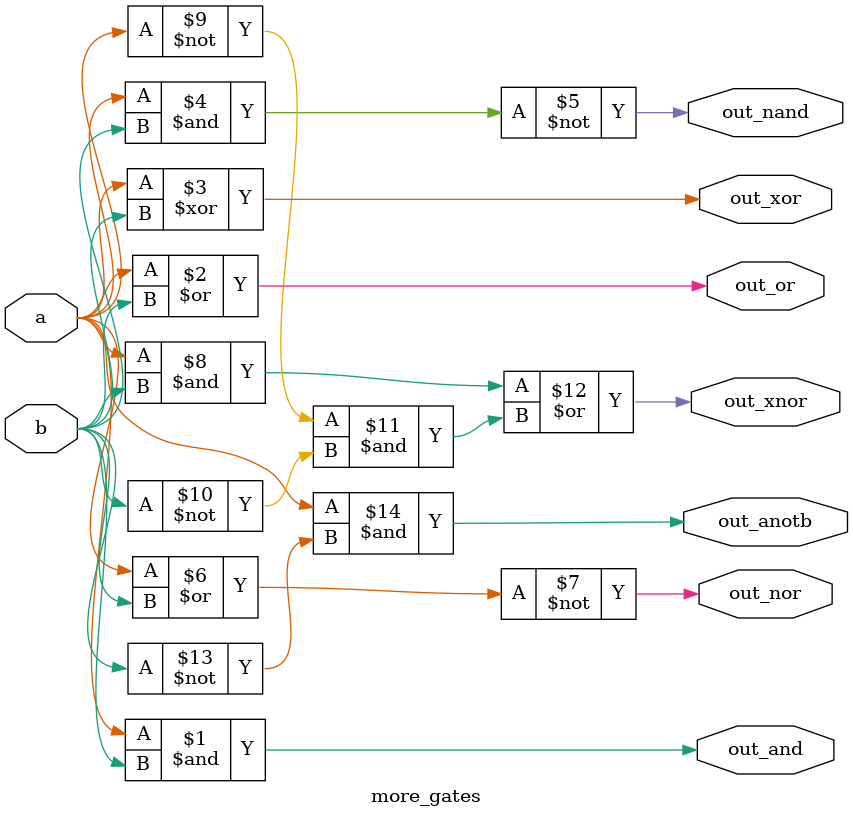
<source format=sv>
module more_gates
(
	input a, b,
	output out_and,
	output out_or,
	output out_xor,
	output out_nand,
	output out_nor,
	output out_xnor,
	output out_anotb
);

	assign out_and = a & b;
	assign out_or = a | b;
	assign out_xor = a ^ b;
	assign out_nand = ~(a & b);
	assign out_nor = ~(a | b);
	assign out_xnor = (a & b) | ((~a) & (~b));
	assign out_anotb = a & (~b);

endmodule
</source>
